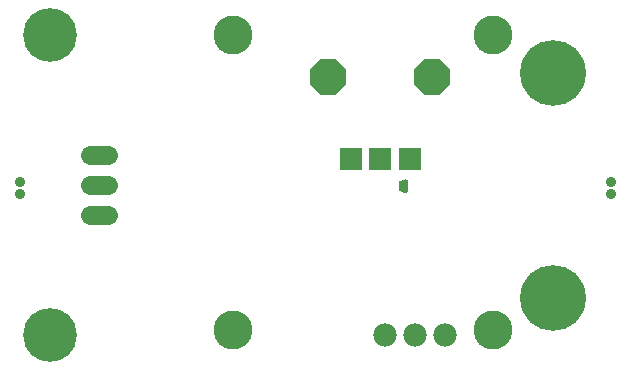
<source format=gbs>
G75*
G70*
%OFA0B0*%
%FSLAX24Y24*%
%IPPOS*%
%LPD*%
%AMOC8*
5,1,8,0,0,1.08239X$1,22.5*
%
%ADD10C,0.1300*%
%ADD11C,0.0355*%
%ADD12C,0.0640*%
%ADD13C,0.2190*%
%ADD14R,0.0780X0.0780*%
%ADD15OC8,0.1221*%
%ADD16C,0.1790*%
%ADD17C,0.0000*%
%ADD18C,0.0001*%
%ADD19C,0.0780*%
D10*
X011312Y003781D03*
X019973Y003781D03*
X019973Y013624D03*
X011312Y013624D03*
D11*
X004225Y008702D03*
X004225Y008309D03*
X023910Y008309D03*
X023910Y008702D03*
D12*
X007150Y008600D02*
X006550Y008600D01*
X006550Y009600D02*
X007150Y009600D01*
X007150Y007600D02*
X006550Y007600D01*
D13*
X021975Y004850D03*
X021975Y012350D03*
D14*
X017209Y009469D03*
X016225Y009469D03*
X015241Y009469D03*
D15*
X014493Y012225D03*
X017957Y012225D03*
D16*
X005200Y003600D03*
X005200Y013600D03*
D17*
X016851Y008728D02*
X016851Y008696D01*
X016851Y008444D01*
X016879Y008437D01*
X016906Y008425D01*
X016938Y008413D01*
X016965Y008405D01*
X016993Y008393D01*
X017020Y008385D01*
X017048Y008374D01*
X017071Y008385D01*
X017099Y008397D01*
X017123Y008405D01*
X017123Y008763D01*
X017099Y008775D01*
X017071Y008787D01*
X017048Y008799D01*
X017020Y008787D01*
X016993Y008779D01*
X016965Y008767D01*
X016938Y008756D01*
X016906Y008748D01*
X016879Y008736D01*
X016851Y008728D01*
D18*
X017123Y008728D01*
X017123Y008729D02*
X016855Y008729D01*
X016858Y008730D02*
X017123Y008730D01*
X017123Y008731D02*
X016862Y008731D01*
X016865Y008732D02*
X017123Y008732D01*
X017123Y008733D02*
X016869Y008733D01*
X016872Y008734D02*
X017123Y008734D01*
X017123Y008735D02*
X016875Y008735D01*
X016879Y008736D02*
X017123Y008736D01*
X017123Y008737D02*
X016881Y008737D01*
X016884Y008738D02*
X017123Y008738D01*
X017123Y008739D02*
X016886Y008739D01*
X016888Y008740D02*
X017123Y008740D01*
X017123Y008741D02*
X016890Y008741D01*
X016893Y008742D02*
X017123Y008742D01*
X017123Y008743D02*
X016895Y008743D01*
X016897Y008744D02*
X017123Y008744D01*
X017123Y008745D02*
X016900Y008745D01*
X016902Y008746D02*
X017123Y008746D01*
X017123Y008747D02*
X016904Y008747D01*
X016907Y008748D02*
X017123Y008748D01*
X017123Y008749D02*
X016911Y008749D01*
X016915Y008750D02*
X017123Y008750D01*
X017123Y008751D02*
X016919Y008751D01*
X016923Y008752D02*
X017123Y008752D01*
X017123Y008753D02*
X016927Y008753D01*
X016931Y008754D02*
X017123Y008754D01*
X017123Y008755D02*
X016935Y008755D01*
X016939Y008756D02*
X017123Y008756D01*
X017123Y008757D02*
X016941Y008757D01*
X016943Y008758D02*
X017123Y008758D01*
X017123Y008759D02*
X016946Y008759D01*
X016948Y008760D02*
X017123Y008760D01*
X017123Y008761D02*
X016950Y008761D01*
X016953Y008762D02*
X017123Y008762D01*
X017123Y008763D02*
X016955Y008763D01*
X016957Y008764D02*
X017122Y008764D01*
X017120Y008765D02*
X016960Y008765D01*
X016962Y008766D02*
X017118Y008766D01*
X017116Y008767D02*
X016964Y008767D01*
X016967Y008768D02*
X017114Y008768D01*
X017112Y008769D02*
X016969Y008769D01*
X016971Y008770D02*
X017110Y008770D01*
X017108Y008771D02*
X016974Y008771D01*
X016976Y008772D02*
X017106Y008772D01*
X017104Y008773D02*
X016978Y008773D01*
X016981Y008774D02*
X017102Y008774D01*
X017100Y008775D02*
X016983Y008775D01*
X016985Y008776D02*
X017097Y008776D01*
X017095Y008777D02*
X016988Y008777D01*
X016990Y008778D02*
X017093Y008778D01*
X017090Y008779D02*
X016992Y008779D01*
X016995Y008780D02*
X017088Y008780D01*
X017086Y008781D02*
X016999Y008781D01*
X017002Y008782D02*
X017083Y008782D01*
X017081Y008783D02*
X017006Y008783D01*
X017009Y008784D02*
X017079Y008784D01*
X017076Y008785D02*
X017013Y008785D01*
X017016Y008786D02*
X017074Y008786D01*
X017072Y008787D02*
X017020Y008787D01*
X017022Y008788D02*
X017070Y008788D01*
X017068Y008789D02*
X017025Y008789D01*
X017027Y008790D02*
X017066Y008790D01*
X017064Y008791D02*
X017029Y008791D01*
X017032Y008792D02*
X017062Y008792D01*
X017060Y008793D02*
X017034Y008793D01*
X017036Y008794D02*
X017058Y008794D01*
X017056Y008795D02*
X017039Y008795D01*
X017041Y008796D02*
X017054Y008796D01*
X017052Y008797D02*
X017043Y008797D01*
X017046Y008798D02*
X017050Y008798D01*
X017123Y008727D02*
X016851Y008727D01*
X016851Y008726D02*
X017123Y008726D01*
X017123Y008725D02*
X016851Y008725D01*
X016851Y008724D02*
X017123Y008724D01*
X017123Y008723D02*
X016851Y008723D01*
X016851Y008722D02*
X017123Y008722D01*
X017123Y008721D02*
X016851Y008721D01*
X016851Y008720D02*
X017123Y008720D01*
X017123Y008719D02*
X016851Y008719D01*
X016851Y008718D02*
X017123Y008718D01*
X017123Y008717D02*
X016851Y008717D01*
X016851Y008716D02*
X017123Y008716D01*
X017123Y008715D02*
X016851Y008715D01*
X016851Y008714D02*
X017123Y008714D01*
X017123Y008713D02*
X016851Y008713D01*
X016851Y008712D02*
X017123Y008712D01*
X017123Y008711D02*
X016851Y008711D01*
X016851Y008710D02*
X017123Y008710D01*
X017123Y008709D02*
X016851Y008709D01*
X016851Y008708D02*
X017123Y008708D01*
X017123Y008707D02*
X016851Y008707D01*
X016851Y008706D02*
X017123Y008706D01*
X017123Y008705D02*
X016851Y008705D01*
X016851Y008704D02*
X017123Y008704D01*
X017123Y008703D02*
X016851Y008703D01*
X016851Y008702D02*
X017123Y008702D01*
X017123Y008701D02*
X016851Y008701D01*
X016851Y008700D02*
X017123Y008700D01*
X017123Y008699D02*
X016851Y008699D01*
X016851Y008698D02*
X017123Y008698D01*
X017123Y008697D02*
X016851Y008697D01*
X016851Y008696D02*
X017123Y008696D01*
X017123Y008695D02*
X016851Y008695D01*
X016851Y008694D02*
X017123Y008694D01*
X017123Y008693D02*
X016851Y008693D01*
X016851Y008692D02*
X017123Y008692D01*
X017123Y008691D02*
X016851Y008691D01*
X016851Y008690D02*
X017123Y008690D01*
X017123Y008689D02*
X016851Y008689D01*
X016851Y008688D02*
X017123Y008688D01*
X017123Y008687D02*
X016851Y008687D01*
X016851Y008686D02*
X017123Y008686D01*
X017123Y008685D02*
X016851Y008685D01*
X016851Y008684D02*
X017123Y008684D01*
X017123Y008683D02*
X016851Y008683D01*
X016851Y008682D02*
X017123Y008682D01*
X017123Y008681D02*
X016851Y008681D01*
X016851Y008680D02*
X017123Y008680D01*
X017123Y008679D02*
X016851Y008679D01*
X016851Y008678D02*
X017123Y008678D01*
X017123Y008677D02*
X016851Y008677D01*
X016851Y008676D02*
X017123Y008676D01*
X017123Y008675D02*
X016851Y008675D01*
X016851Y008674D02*
X017123Y008674D01*
X017123Y008673D02*
X016851Y008673D01*
X016851Y008672D02*
X017123Y008672D01*
X017123Y008671D02*
X016851Y008671D01*
X016851Y008670D02*
X017123Y008670D01*
X017123Y008669D02*
X016851Y008669D01*
X016851Y008668D02*
X017123Y008668D01*
X017123Y008667D02*
X016851Y008667D01*
X016851Y008666D02*
X017123Y008666D01*
X017123Y008665D02*
X016851Y008665D01*
X016851Y008664D02*
X017123Y008664D01*
X017123Y008663D02*
X016851Y008663D01*
X016851Y008662D02*
X017123Y008662D01*
X017123Y008661D02*
X016851Y008661D01*
X016851Y008660D02*
X017123Y008660D01*
X017123Y008659D02*
X016851Y008659D01*
X016851Y008658D02*
X017123Y008658D01*
X017123Y008657D02*
X016851Y008657D01*
X016851Y008656D02*
X017123Y008656D01*
X017123Y008655D02*
X016851Y008655D01*
X016851Y008654D02*
X017123Y008654D01*
X017123Y008653D02*
X016851Y008653D01*
X016851Y008652D02*
X017123Y008652D01*
X017123Y008651D02*
X016851Y008651D01*
X016851Y008650D02*
X017123Y008650D01*
X017123Y008649D02*
X016851Y008649D01*
X016851Y008648D02*
X017123Y008648D01*
X017123Y008647D02*
X016851Y008647D01*
X016851Y008646D02*
X017123Y008646D01*
X017123Y008645D02*
X016851Y008645D01*
X016851Y008644D02*
X017123Y008644D01*
X017123Y008643D02*
X016851Y008643D01*
X016851Y008642D02*
X017123Y008642D01*
X017123Y008641D02*
X016851Y008641D01*
X016851Y008640D02*
X017123Y008640D01*
X017123Y008639D02*
X016851Y008639D01*
X016851Y008638D02*
X017123Y008638D01*
X017123Y008637D02*
X016851Y008637D01*
X016851Y008636D02*
X017123Y008636D01*
X017123Y008635D02*
X016851Y008635D01*
X016851Y008634D02*
X017123Y008634D01*
X017123Y008633D02*
X016851Y008633D01*
X016851Y008632D02*
X017123Y008632D01*
X017123Y008631D02*
X016851Y008631D01*
X016851Y008630D02*
X017123Y008630D01*
X017123Y008629D02*
X016851Y008629D01*
X016851Y008628D02*
X017123Y008628D01*
X017123Y008627D02*
X016851Y008627D01*
X016851Y008626D02*
X017123Y008626D01*
X017123Y008625D02*
X016851Y008625D01*
X016851Y008624D02*
X017123Y008624D01*
X017123Y008623D02*
X016851Y008623D01*
X016851Y008622D02*
X017123Y008622D01*
X017123Y008621D02*
X016851Y008621D01*
X016851Y008620D02*
X017123Y008620D01*
X017123Y008619D02*
X016851Y008619D01*
X016851Y008618D02*
X017123Y008618D01*
X017123Y008617D02*
X016851Y008617D01*
X016851Y008616D02*
X017123Y008616D01*
X017123Y008615D02*
X016851Y008615D01*
X016851Y008614D02*
X017123Y008614D01*
X017123Y008613D02*
X016851Y008613D01*
X016851Y008612D02*
X017123Y008612D01*
X017123Y008611D02*
X016851Y008611D01*
X016851Y008610D02*
X017123Y008610D01*
X017123Y008609D02*
X016851Y008609D01*
X016851Y008608D02*
X017123Y008608D01*
X017123Y008607D02*
X016851Y008607D01*
X016851Y008606D02*
X017123Y008606D01*
X017123Y008605D02*
X016851Y008605D01*
X016851Y008604D02*
X017123Y008604D01*
X017123Y008603D02*
X016851Y008603D01*
X016851Y008602D02*
X017123Y008602D01*
X017123Y008601D02*
X016851Y008601D01*
X016851Y008600D02*
X017123Y008600D01*
X017123Y008599D02*
X016851Y008599D01*
X016851Y008598D02*
X017123Y008598D01*
X017123Y008597D02*
X016851Y008597D01*
X016851Y008596D02*
X017123Y008596D01*
X017123Y008595D02*
X016851Y008595D01*
X016851Y008594D02*
X017123Y008594D01*
X017123Y008593D02*
X016851Y008593D01*
X016851Y008592D02*
X017123Y008592D01*
X017123Y008591D02*
X016851Y008591D01*
X016851Y008590D02*
X017123Y008590D01*
X017123Y008589D02*
X016851Y008589D01*
X016851Y008588D02*
X017123Y008588D01*
X017123Y008587D02*
X016851Y008587D01*
X016851Y008586D02*
X017123Y008586D01*
X017123Y008585D02*
X016851Y008585D01*
X016851Y008584D02*
X017123Y008584D01*
X017123Y008583D02*
X016851Y008583D01*
X016851Y008582D02*
X017123Y008582D01*
X017123Y008581D02*
X016851Y008581D01*
X016851Y008580D02*
X017123Y008580D01*
X017123Y008579D02*
X016851Y008579D01*
X016851Y008578D02*
X017123Y008578D01*
X017123Y008577D02*
X016851Y008577D01*
X016851Y008576D02*
X017123Y008576D01*
X017123Y008575D02*
X016851Y008575D01*
X016851Y008574D02*
X017123Y008574D01*
X017123Y008573D02*
X016851Y008573D01*
X016851Y008572D02*
X017123Y008572D01*
X017123Y008571D02*
X016851Y008571D01*
X016851Y008570D02*
X017123Y008570D01*
X017123Y008569D02*
X016851Y008569D01*
X016851Y008568D02*
X017123Y008568D01*
X017123Y008567D02*
X016851Y008567D01*
X016851Y008566D02*
X017123Y008566D01*
X017123Y008565D02*
X016851Y008565D01*
X016851Y008564D02*
X017123Y008564D01*
X017123Y008563D02*
X016851Y008563D01*
X016851Y008562D02*
X017123Y008562D01*
X017123Y008561D02*
X016851Y008561D01*
X016851Y008560D02*
X017123Y008560D01*
X017123Y008559D02*
X016851Y008559D01*
X016851Y008558D02*
X017123Y008558D01*
X017123Y008557D02*
X016851Y008557D01*
X016851Y008556D02*
X017123Y008556D01*
X017123Y008555D02*
X016851Y008555D01*
X016851Y008554D02*
X017123Y008554D01*
X017123Y008553D02*
X016851Y008553D01*
X016851Y008552D02*
X017123Y008552D01*
X017123Y008551D02*
X016851Y008551D01*
X016851Y008550D02*
X017123Y008550D01*
X017123Y008549D02*
X016851Y008549D01*
X016851Y008548D02*
X017123Y008548D01*
X017123Y008547D02*
X016851Y008547D01*
X016851Y008546D02*
X017123Y008546D01*
X017123Y008545D02*
X016851Y008545D01*
X016851Y008544D02*
X017123Y008544D01*
X017123Y008543D02*
X016851Y008543D01*
X016851Y008542D02*
X017123Y008542D01*
X017123Y008541D02*
X016851Y008541D01*
X016851Y008540D02*
X017123Y008540D01*
X017123Y008539D02*
X016851Y008539D01*
X016851Y008538D02*
X017123Y008538D01*
X017123Y008537D02*
X016851Y008537D01*
X016851Y008536D02*
X017123Y008536D01*
X017123Y008535D02*
X016851Y008535D01*
X016851Y008534D02*
X017123Y008534D01*
X017123Y008533D02*
X016851Y008533D01*
X016851Y008532D02*
X017123Y008532D01*
X017123Y008531D02*
X016851Y008531D01*
X016851Y008530D02*
X017123Y008530D01*
X017123Y008529D02*
X016851Y008529D01*
X016851Y008528D02*
X017123Y008528D01*
X017123Y008527D02*
X016851Y008527D01*
X016851Y008526D02*
X017123Y008526D01*
X017123Y008525D02*
X016851Y008525D01*
X016851Y008524D02*
X017123Y008524D01*
X017123Y008523D02*
X016851Y008523D01*
X016851Y008522D02*
X017123Y008522D01*
X017123Y008521D02*
X016851Y008521D01*
X016851Y008520D02*
X017123Y008520D01*
X017123Y008519D02*
X016851Y008519D01*
X016851Y008518D02*
X017123Y008518D01*
X017123Y008517D02*
X016851Y008517D01*
X016851Y008516D02*
X017123Y008516D01*
X017123Y008515D02*
X016851Y008515D01*
X016851Y008514D02*
X017123Y008514D01*
X017123Y008513D02*
X016851Y008513D01*
X016851Y008512D02*
X017123Y008512D01*
X017123Y008511D02*
X016851Y008511D01*
X016851Y008510D02*
X017123Y008510D01*
X017123Y008509D02*
X016851Y008509D01*
X016851Y008508D02*
X017123Y008508D01*
X017123Y008507D02*
X016851Y008507D01*
X016851Y008506D02*
X017123Y008506D01*
X017123Y008505D02*
X016851Y008505D01*
X016851Y008504D02*
X017123Y008504D01*
X017123Y008503D02*
X016851Y008503D01*
X016851Y008502D02*
X017123Y008502D01*
X017123Y008501D02*
X016851Y008501D01*
X016851Y008500D02*
X017123Y008500D01*
X017123Y008499D02*
X016851Y008499D01*
X016851Y008498D02*
X017123Y008498D01*
X017123Y008497D02*
X016851Y008497D01*
X016851Y008496D02*
X017123Y008496D01*
X017123Y008495D02*
X016851Y008495D01*
X016851Y008494D02*
X017123Y008494D01*
X017123Y008493D02*
X016851Y008493D01*
X016851Y008492D02*
X017123Y008492D01*
X017123Y008491D02*
X016851Y008491D01*
X016851Y008490D02*
X017123Y008490D01*
X017123Y008489D02*
X016851Y008489D01*
X016851Y008488D02*
X017123Y008488D01*
X017123Y008487D02*
X016851Y008487D01*
X016851Y008486D02*
X017123Y008486D01*
X017123Y008485D02*
X016851Y008485D01*
X016851Y008484D02*
X017123Y008484D01*
X017123Y008483D02*
X016851Y008483D01*
X016851Y008482D02*
X017123Y008482D01*
X017123Y008481D02*
X016851Y008481D01*
X016851Y008480D02*
X017123Y008480D01*
X017123Y008479D02*
X016851Y008479D01*
X016851Y008478D02*
X017123Y008478D01*
X017123Y008477D02*
X016851Y008477D01*
X016851Y008476D02*
X017123Y008476D01*
X017123Y008475D02*
X016851Y008475D01*
X016851Y008474D02*
X017123Y008474D01*
X017123Y008473D02*
X016851Y008473D01*
X016851Y008472D02*
X017123Y008472D01*
X017123Y008471D02*
X016851Y008471D01*
X016851Y008470D02*
X017123Y008470D01*
X017123Y008469D02*
X016851Y008469D01*
X016851Y008468D02*
X017123Y008468D01*
X017123Y008467D02*
X016851Y008467D01*
X016851Y008466D02*
X017123Y008466D01*
X017123Y008465D02*
X016851Y008465D01*
X016851Y008464D02*
X017123Y008464D01*
X017123Y008463D02*
X016851Y008463D01*
X016851Y008462D02*
X017123Y008462D01*
X017123Y008461D02*
X016851Y008461D01*
X016851Y008460D02*
X017123Y008460D01*
X017123Y008459D02*
X016851Y008459D01*
X016851Y008458D02*
X017123Y008458D01*
X017123Y008457D02*
X016851Y008457D01*
X016851Y008456D02*
X017123Y008456D01*
X017123Y008455D02*
X016851Y008455D01*
X016851Y008454D02*
X017123Y008454D01*
X017123Y008453D02*
X016851Y008453D01*
X016851Y008452D02*
X017123Y008452D01*
X017123Y008451D02*
X016851Y008451D01*
X016851Y008450D02*
X017123Y008450D01*
X017123Y008449D02*
X016851Y008449D01*
X016851Y008448D02*
X017123Y008448D01*
X017123Y008447D02*
X016851Y008447D01*
X016851Y008446D02*
X017123Y008446D01*
X017123Y008445D02*
X016851Y008445D01*
X016852Y008444D02*
X017123Y008444D01*
X017123Y008443D02*
X016855Y008443D01*
X016859Y008442D02*
X017123Y008442D01*
X017123Y008441D02*
X016862Y008441D01*
X016866Y008440D02*
X017123Y008440D01*
X017123Y008439D02*
X016869Y008439D01*
X016873Y008438D02*
X017123Y008438D01*
X017123Y008437D02*
X016876Y008437D01*
X016879Y008436D02*
X017123Y008436D01*
X017123Y008435D02*
X016882Y008435D01*
X016884Y008434D02*
X017123Y008434D01*
X017123Y008433D02*
X016886Y008433D01*
X016889Y008432D02*
X017123Y008432D01*
X017123Y008431D02*
X016891Y008431D01*
X016893Y008430D02*
X017123Y008430D01*
X017123Y008429D02*
X016896Y008429D01*
X016898Y008428D02*
X017123Y008428D01*
X017123Y008427D02*
X016900Y008427D01*
X016903Y008426D02*
X017123Y008426D01*
X017123Y008425D02*
X016905Y008425D01*
X016908Y008424D02*
X017123Y008424D01*
X017123Y008423D02*
X016910Y008423D01*
X016913Y008422D02*
X017123Y008422D01*
X017123Y008421D02*
X016916Y008421D01*
X016918Y008420D02*
X017123Y008420D01*
X017123Y008419D02*
X016921Y008419D01*
X016924Y008418D02*
X017123Y008418D01*
X017123Y008417D02*
X016926Y008417D01*
X016929Y008416D02*
X017123Y008416D01*
X017123Y008415D02*
X016932Y008415D01*
X016934Y008414D02*
X017123Y008414D01*
X017123Y008413D02*
X016937Y008413D01*
X016940Y008412D02*
X017123Y008412D01*
X017123Y008411D02*
X016944Y008411D01*
X016947Y008410D02*
X017123Y008410D01*
X017123Y008409D02*
X016951Y008409D01*
X016954Y008408D02*
X017123Y008408D01*
X017123Y008407D02*
X016958Y008407D01*
X016961Y008406D02*
X017123Y008406D01*
X017123Y008405D02*
X016965Y008405D01*
X016967Y008404D02*
X017120Y008404D01*
X017117Y008403D02*
X016969Y008403D01*
X016972Y008402D02*
X017114Y008402D01*
X017111Y008401D02*
X016974Y008401D01*
X016976Y008400D02*
X017108Y008400D01*
X017105Y008399D02*
X016979Y008399D01*
X016981Y008398D02*
X017102Y008398D01*
X017099Y008397D02*
X016983Y008397D01*
X016986Y008396D02*
X017097Y008396D01*
X017094Y008395D02*
X016988Y008395D01*
X016990Y008394D02*
X017092Y008394D01*
X017090Y008393D02*
X016993Y008393D01*
X016996Y008392D02*
X017087Y008392D01*
X017085Y008391D02*
X017000Y008391D01*
X017003Y008390D02*
X017083Y008390D01*
X017080Y008389D02*
X017007Y008389D01*
X017010Y008388D02*
X017078Y008388D01*
X017076Y008387D02*
X017014Y008387D01*
X017017Y008386D02*
X017073Y008386D01*
X017071Y008385D02*
X017021Y008385D01*
X017023Y008384D02*
X017069Y008384D01*
X017067Y008383D02*
X017025Y008383D01*
X017028Y008382D02*
X017065Y008382D01*
X017063Y008381D02*
X017030Y008381D01*
X017032Y008380D02*
X017061Y008380D01*
X017059Y008379D02*
X017035Y008379D01*
X017037Y008378D02*
X017057Y008378D01*
X017055Y008377D02*
X017039Y008377D01*
X017042Y008376D02*
X017053Y008376D01*
X017051Y008375D02*
X017044Y008375D01*
X017046Y008374D02*
X017049Y008374D01*
D19*
X017384Y003600D03*
X016384Y003600D03*
X018384Y003600D03*
M02*

</source>
